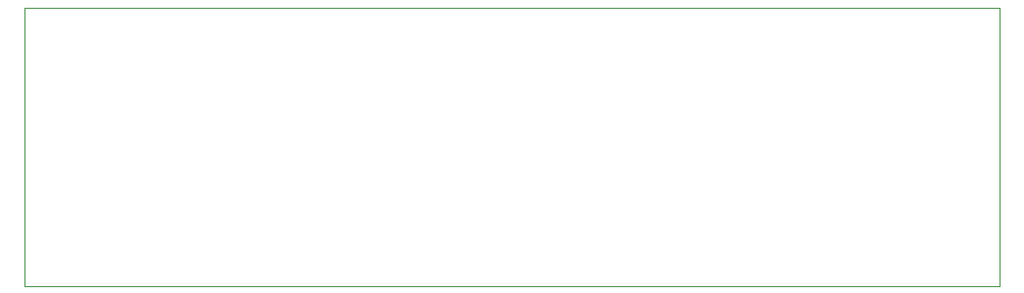
<source format=gbr>
%TF.GenerationSoftware,KiCad,Pcbnew,8.0.6*%
%TF.CreationDate,2024-11-09T16:50:09-06:00*%
%TF.ProjectId,Channel Two v2,4368616e-6e65-46c2-9054-776f2076322e,rev?*%
%TF.SameCoordinates,Original*%
%TF.FileFunction,Profile,NP*%
%FSLAX46Y46*%
G04 Gerber Fmt 4.6, Leading zero omitted, Abs format (unit mm)*
G04 Created by KiCad (PCBNEW 8.0.6) date 2024-11-09 16:50:09*
%MOMM*%
%LPD*%
G01*
G04 APERTURE LIST*
%TA.AperFunction,Profile*%
%ADD10C,0.050000*%
%TD*%
G04 APERTURE END LIST*
D10*
X89916000Y-81280000D02*
X174244000Y-81280000D01*
X174244000Y-105410000D01*
X89916000Y-105410000D01*
X89916000Y-81280000D01*
M02*

</source>
